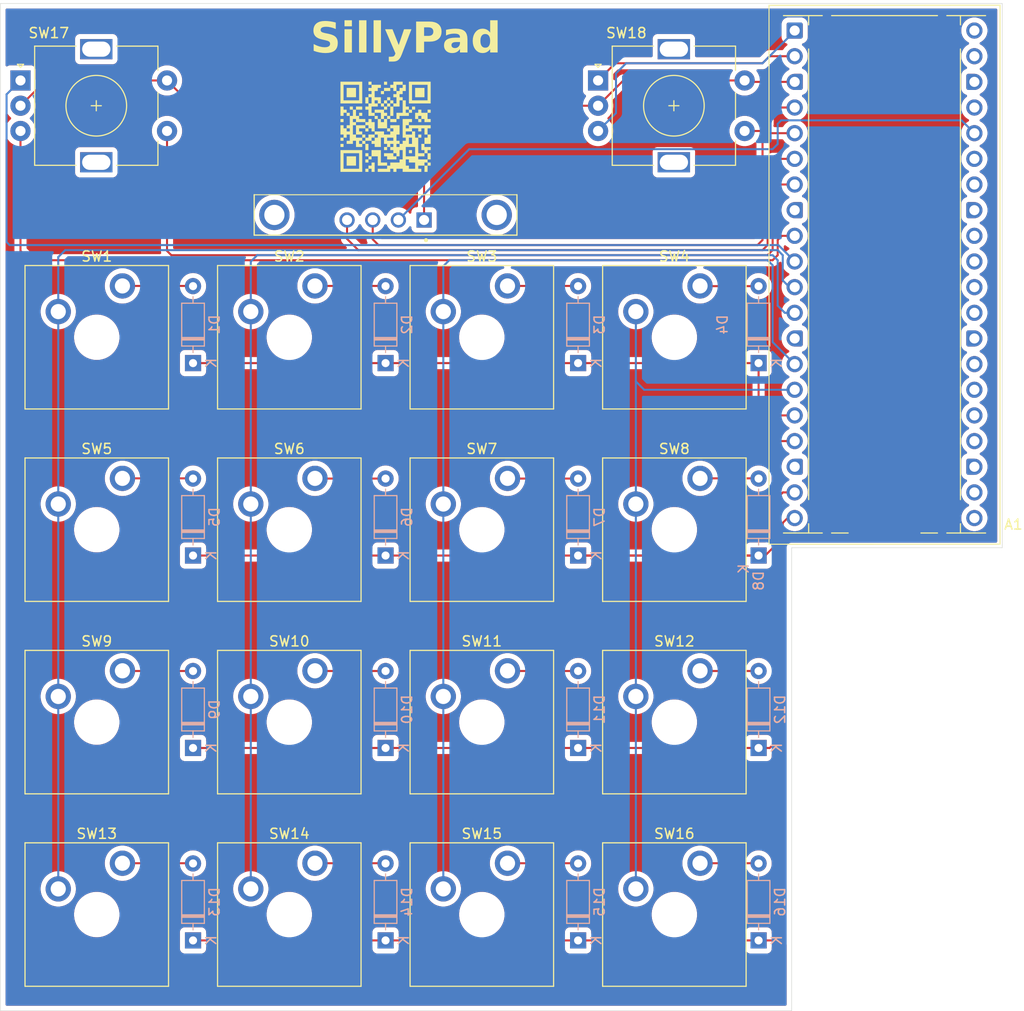
<source format=kicad_pcb>
(kicad_pcb (version 20241229) (generator "pcbnew") (generator_version "9.0")
  (layers (0 "F.Cu" signal) (2 "B.Cu" signal) (13 "F.Paste" user) (15 "B.Paste" user) (5 "F.SilkS" user "F.Silkscreen") (7 "B.SilkS" user "B.Silkscreen") (1 "F.Mask" user) (3 "B.Mask" user) (25 "Edge.Cuts" user))
  (net 0 "")
  (net 1 "RA1")
  (net 3 "RS2")
  (net 4 "GND")
  (net 6 "OSCK")
  (net 8 "R0")
  (net 9 "OSDA")
  (net 10 "RS3")
  (net 11 "RB1")
  (net 12 "C1")
  (net 20 "RS1")
  (net 22 "RA0")
  (net 23 "C3")
  (net 24 "R3")
  (net 25 "R1")
  (net 26 "R2")
  (net 27 "3V3")
  (net 29 "RB0")
  (net 30 "C2")
  (net 31 "C0")
  (net 33 "RS0")
  (net 35 "Net-(D1-A)")
  (net 36 "Net-(D2-A)")
  (net 37 "Net-(D3-A)")
  (net 38 "Net-(D4-A)")
  (net 39 "Net-(D5-A)")
  (net 40 "Net-(D6-A)")
  (net 41 "Net-(D7-A)")
  (net 42 "Net-(D8-A)")
  (net 43 "Net-(D9-A)")
  (net 44 "Net-(D10-A)")
  (net 45 "Net-(D11-A)")
  (net 46 "Net-(D12-A)")
  (net 47 "Net-(D13-A)")
  (net 48 "Net-(D14-A)")
  (net 49 "Net-(D15-A)")
  (net 50 "Net-(D16-A)")
  (footprint "PCM_Switch_Keyboard_Cherry_MX:SW_Cherry_MX_Plate_1.00u" (layer "F.Cu") (at 66.675 66.675)
    (property "Reference" "SW6" (at 0 -8 0) (layer "F.SilkS"))
    (property "Value" "SW_Push_45deg")
    (pad "" np_thru_hole circle (at 0 0) (size 4 4) (drill 4) (layers "*.Cu" "*.Mask"))
    (pad "1" thru_hole circle (at -3.81 -2.54) (size 2.5 2.5) (drill 1.5) (layers "*.Cu" "*.Mask") (net 12 "C1"))
    (pad "2" thru_hole circle (at 2.54 -5.08) (size 2.5 2.5) (drill 1.5) (layers "*.Cu" "*.Mask") (net 40 "Net-(D6-A)"))
  )
  (footprint "PCM_Switch_Keyboard_Cherry_MX:SW_Cherry_MX_Plate_1.00u" (layer "F.Cu") (at 104.775 47.625)
    (property "Reference" "SW4" (at 0 -8 0) (layer "F.SilkS"))
    (property "Value" "SW_Push_45deg")
    (pad "" np_thru_hole circle (at 0 0) (size 4 4) (drill 4) (layers "*.Cu" "*.Mask"))
    (pad "1" thru_hole circle (at -3.81 -2.54) (size 2.5 2.5) (drill 1.5) (layers "*.Cu" "*.Mask") (net 23 "C3"))
    (pad "2" thru_hole circle (at 2.54 -5.08) (size 2.5 2.5) (drill 1.5) (layers "*.Cu" "*.Mask") (net 38 "Net-(D4-A)"))
  )
  (footprint "PCM_Switch_Keyboard_Cherry_MX:SW_Cherry_MX_Plate_1.00u" (layer "F.Cu") (at 47.625 66.675)
    (property "Reference" "SW5" (at 0 -8 0) (layer "F.SilkS"))
    (property "Value" "SW_Push_45deg")
    (pad "" np_thru_hole circle (at 0 0) (size 4 4) (drill 4) (layers "*.Cu" "*.Mask"))
    (pad "1" thru_hole circle (at -3.81 -2.54) (size 2.5 2.5) (drill 1.5) (layers "*.Cu" "*.Mask") (net 31 "C0"))
    (pad "2" thru_hole circle (at 2.54 -5.08) (size 2.5 2.5) (drill 1.5) (layers "*.Cu" "*.Mask") (net 39 "Net-(D5-A)"))
  )
  (footprint "PCM_Switch_Keyboard_Cherry_MX:SW_Cherry_MX_Plate_1.00u" (layer "F.Cu") (at 104.775 85.725)
    (property "Reference" "SW12" (at 0 -8 0) (layer "F.SilkS"))
    (property "Value" "SW_Push_45deg")
    (pad "" np_thru_hole circle (at 0 0) (size 4 4) (drill 4) (layers "*.Cu" "*.Mask"))
    (pad "1" thru_hole circle (at -3.81 -2.54) (size 2.5 2.5) (drill 1.5) (layers "*.Cu" "*.Mask") (net 23 "C3"))
    (pad "2" thru_hole circle (at 2.54 -5.08) (size 2.5 2.5) (drill 1.5) (layers "*.Cu" "*.Mask") (net 46 "Net-(D12-A)"))
  )
  (footprint "SillyPad:QRCode" (layer "F.Cu") (at 76.199936 26.78904)
    (property "Reference" "G***" (hide yes))
    (property "Value" "LOGO" (hide yes))
  )
  (footprint "PCM_Switch_Keyboard_Cherry_MX:SW_Cherry_MX_Plate_1.00u" (layer "F.Cu") (at 66.675 85.725)
    (property "Reference" "SW10" (at 0 -8 0) (layer "F.SilkS"))
    (property "Value" "SW_Push_45deg")
    (pad "" np_thru_hole circle (at 0 0) (size 4 4) (drill 4) (layers "*.Cu" "*.Mask"))
    (pad "1" thru_hole circle (at -3.81 -2.54) (size 2.5 2.5) (drill 1.5) (layers "*.Cu" "*.Mask") (net 12 "C1"))
    (pad "2" thru_hole circle (at 2.54 -5.08) (size 2.5 2.5) (drill 1.5) (layers "*.Cu" "*.Mask") (net 44 "Net-(D10-A)"))
  )
  (footprint "PCM_Switch_Keyboard_Cherry_MX:SW_Cherry_MX_Plate_1.00u" (layer "F.Cu") (at 85.725 104.775)
    (property "Reference" "SW15" (at 0 -8 0) (layer "F.SilkS"))
    (property "Value" "SW_Push_45deg")
    (pad "" np_thru_hole circle (at 0 0) (size 4 4) (drill 4) (layers "*.Cu" "*.Mask"))
    (pad "1" thru_hole circle (at -3.81 -2.54) (size 2.5 2.5) (drill 1.5) (layers "*.Cu" "*.Mask") (net 30 "C2"))
    (pad "2" thru_hole circle (at 2.54 -5.08) (size 2.5 2.5) (drill 1.5) (layers "*.Cu" "*.Mask") (net 49 "Net-(D15-A)"))
  )
  (footprint "PCM_Switch_Keyboard_Cherry_MX:SW_Cherry_MX_Plate_1.00u" (layer "F.Cu") (at 47.625 47.625)
    (property "Reference" "SW1" (at 0 -8 0) (layer "F.SilkS"))
    (property "Value" "SW_Push_45deg")
    (pad "" np_thru_hole circle (at 0 0) (size 4 4) (drill 4) (layers "*.Cu" "*.Mask"))
    (pad "1" thru_hole circle (at -3.81 -2.54) (size 2.5 2.5) (drill 1.5) (layers "*.Cu" "*.Mask") (net 31 "C0"))
    (pad "2" thru_hole circle (at 2.54 -5.08) (size 2.5 2.5) (drill 1.5) (layers "*.Cu" "*.Mask") (net 35 "Net-(D1-A)"))
  )
  (footprint "PCM_Switch_Keyboard_Cherry_MX:SW_Cherry_MX_Plate_1.00u" (layer "F.Cu") (at 47.625 104.775)
    (property "Reference" "SW13" (at 0 -8 0) (layer "F.SilkS"))
    (property "Value" "SW_Push_45deg")
    (pad "" np_thru_hole circle (at 0 0) (size 4 4) (drill 4) (layers "*.Cu" "*.Mask"))
    (pad "1" thru_hole circle (at -3.81 -2.54) (size 2.5 2.5) (drill 1.5) (layers "*.Cu" "*.Mask") (net 31 "C0"))
    (pad "2" thru_hole circle (at 2.54 -5.08) (size 2.5 2.5) (drill 1.5) (layers "*.Cu" "*.Mask") (net 47 "Net-(D13-A)"))
  )
  (footprint "Rotary_Encoder:RotaryEncoder_Alps_EC11E-Switch_Vertical_H20mm" (layer "F.Cu") (at 40.077304 22.205448)
    (property "Reference" "SW17" (at 2.8 -4.7 0) (layer "F.SilkS"))
    (property "Value" "RotaryEncoder_Switch")
    (pad "A" thru_hole rect (at 0 0) (size 2 2) (drill 1) (layers "*.Cu" "*.Mask") (net 1 "RA1"))
    (pad "B" thru_hole circle (at 0 5) (size 2 2) (drill 1) (layers "*.Cu" "*.Mask") (net 11 "RB1"))
    (pad "C" thru_hole circle (at 0 2.5) (size 2 2) (drill 1) (layers "*.Cu" "*.Mask") (net 4 "GND"))
    (pad "MP" thru_hole rect (at 7.5 -3.1) (size 3.2 2) (drill oval 2.8 1.5) (layers "*.Cu" "*.Mask"))
    (pad "MP" thru_hole rect (at 7.5 8.1) (size 3.2 2) (drill oval 2.8 1.5) (layers "*.Cu" "*.Mask"))
    (pad "S1" thru_hole circle (at 14.5 5) (size 2 2) (drill 1) (layers "*.Cu" "*.Mask") (net 20 "RS1"))
    (pad "S2" thru_hole circle (at 14.5 0) (size 2 2) (drill 1) (layers "*.Cu" "*.Mask") (net 4 "GND"))
  )
  (footprint "Module:RaspberryPi_Pico_Common_THT" (layer "F.Cu") (at 116.681152 17.264048)
    (property "Reference" "A1" (at 20.6375 48.895 0) (layer "F.SilkS") (effects (justify left)))
    (property "Value" "RaspberryPi_Pico")
    (pad "1" thru_hole roundrect (at 0 0) (size 1.6 1.6) (drill 1) (layers "*.Cu" "*.Mask") (roundrect_rratio 0.125) (net 29 "RB0"))
    (pad "2" thru_hole circle (at 0 2.54) (size 1.6 1.6) (drill 1) (layers "*.Cu" "*.Mask") (net 22 "RA0"))
    (pad "3" thru_hole custom (at 0 5.08) (size 1.6 1.6) (drill 1) (layers "*.Cu" "*.Mask") (net 4 "GND") (options (clearance outline) (anchor circle)) (primitives (gr_poly (pts (xy 0.8 0.6) (xy 0.8 -0.6) (xy 0.6 -0.8) (xy 0 -0.8) (xy 0 0.8) (xy 0.6 0.8)) (width 0) (fill yes)) (gr_circle (center 0.6 0.6) (end 0.8 0.6) (width 0) (fill yes)) (gr_circle (center 0.6 -0.6) (end 0.8 -0.6) (width 0) (fill yes))))
    (pad "4" thru_hole circle (at 0 7.62) (size 1.6 1.6) (drill 1) (layers "*.Cu" "*.Mask") (net 33 "RS0"))
    (pad "5" thru_hole circle (at 0 10.16) (size 1.6 1.6) (drill 1) (layers "*.Cu" "*.Mask") (net 6 "OSCK"))
    (pad "6" thru_hole circle (at 0 12.7) (size 1.6 1.6) (drill 1) (layers "*.Cu" "*.Mask") (net 9 "OSDA"))
    (pad "7" thru_hole circle (at 0 15.24) (size 1.6 1.6) (drill 1) (layers "*.Cu" "*.Mask") (net 20 "RS1"))
    (pad "8" thru_hole custom (at 0 17.78) (size 1.6 1.6) (drill 1) (layers "*.Cu" "*.Mask") (net 4 "GND") (options (clearance outline) (anchor circle)) (primitives (gr_poly (pts (xy 0.8 0.6) (xy 0.8 -0.6) (xy 0.6 -0.8) (xy 0 -0.8) (xy 0 0.8) (xy 0.6 0.8)) (width 0) (fill yes)) (gr_circle (center 0.6 0.6) (end 0.8 0.6) (width 0) (fill yes)) (gr_circle (center 0.6 -0.6) (end 0.8 -0.6) (width 0) (fill yes))))
    (pad "9" thru_hole circle (at 0 20.32) (size 1.6 1.6) (drill 1) (layers "*.Cu" "*.Mask") (net 11 "RB1"))
    (pad "10" thru_hole circle (at 0 22.86) (size 1.6 1.6) (drill 1) (layers "*.Cu" "*.Mask") (net 1 "RA1"))
    (pad "11" thru_hole circle (at 0 25.4) (size 1.6 1.6) (drill 1) (layers "*.Cu" "*.Mask") (net 31 "C0"))
    (pad "12" thru_hole circle (at 0 27.94) (size 1.6 1.6) (drill 1) (layers "*.Cu" "*.Mask") (net 12 "C1"))
    (pad "13" thru_hole custom (at 0 30.48) (size 1.6 1.6) (drill 1) (layers "*.Cu" "*.Mask") (net 4 "GND") (options (clearance outline) (anchor circle)) (primitives (gr_poly (pts (xy 0.8 0.6) (xy 0.8 -0.6) (xy 0.6 -0.8) (xy 0 -0.8) (xy 0 0.8) (xy 0.6 0.8)) (width 0) (fill yes)) (gr_circle (center 0.6 0.6) (end 0.8 0.6) (width 0) (fill yes)) (gr_circle (center 0.6 -0.6) (end 0.8 -0.6) (width 0) (fill yes))))
    (pad "14" thru_hole circle (at 0 33.02) (size 1.6 1.6) (drill 1) (layers "*.Cu" "*.Mask") (net 30 "C2"))
    (pad "15" thru_hole circle (at 0 35.56) (size 1.6 1.6) (drill 1) (layers "*.Cu" "*.Mask") (net 23 "C3"))
    (pad "16" thru_hole circle (at 0 38.1) (size 1.6 1.6) (drill 1) (layers "*.Cu" "*.Mask") (net 8 "R0"))
    (pad "17" thru_hole circle (at 0 40.64) (size 1.6 1.6) (drill 1) (layers "*.Cu" "*.Mask") (net 25 "R1"))
    (pad "18" thru_hole custom (at 0 43.18) (size 1.6 1.6) (drill 1) (layers "*.Cu" "*.Mask") (net 4 "GND") (options (clearance outline) (anchor circle)) (primitives (gr_poly (pts (xy 0.8 0.6) (xy 0.8 -0.6) (xy 0.6 -0.8) (xy 0 -0.8) (xy 0 0.8) (xy 0.6 0.8)) (width 0) (fill yes)) (gr_circle (center 0.6 0.6) (end 0.8 0.6) (width 0) (fill yes)) (gr_circle (center 0.6 -0.6) (end 0.8 -0.6) (width 0) (fill yes))))
    (pad "19" thru_hole circle (at 0 45.72) (size 1.6 1.6) (drill 1) (layers "*.Cu" "*.Mask") (net 26 "R2"))
    (pad "20" thru_hole circle (at 0 48.26) (size 1.6 1.6) (drill 1) (layers "*.Cu" "*.Mask") (net 24 "R3"))
    (pad "21" thru_hole circle (at 17.78 48.26) (size 1.6 1.6) (drill 1) (layers "*.Cu" "*.Mask") (net 3 "RS2"))
    (pad "22" thru_hole circle (at 17.78 45.72) (size 1.6 1.6) (drill 1) (layers "*.Cu" "*.Mask") (net 10 "RS3"))
    (pad "23" thru_hole custom (at 17.78 43.18) (size 1.6 1.6) (drill 1) (layers "*.Cu" "*.Mask") (net 4 "GND") (options (clearance outline) (anchor circle)) (primitives (gr_poly (pts (xy -0.8 0.6) (xy -0.8 -0.6) (xy -0.6 -0.8) (xy 0 -0.8) (xy 0 0.8) (xy -0.6 0.8)) (width 0) (fill yes)) (gr_circle (center -0.6 0.6) (end -0.4 0.6) (width 0) (fill yes)) (gr_circle (center -0.6 -0.6) (end -0.4 -0.6) (width 0) (fill yes))))
    (pad "24" thru_hole circle (at 17.78 40.64) (size 1.6 1.6) (drill 1) (layers "*.Cu" "*.Mask"))
    (pad "25" thru_hole circle (at 17.78 38.1) (size 1.6 1.6) (drill 1) (layers "*.Cu" "*.Mask"))
    (pad "26" thru_hole circle (at 17.78 35.56) (size 1.6 1.6) (drill 1) (layers "*.Cu" "*.Mask"))
    (pad "27" thru_hole circle (at 17.78 33.02) (size 1.6 1.6) (drill 1) (layers "*.Cu" "*.Mask"))
    (pad "28" thru_hole custom (at 17.78 30.48) (size 1.6 1.6) (drill 1) (layers "*.Cu" "*.Mask") (net 4 "GND") (options (clearance outline) (anchor circle)) (primitives (gr_poly (pts (xy -0.8 0.6) (xy -0.8 -0.6) (xy -0.6 -0.8) (xy 0 -0.8) (xy 0 0.8) (xy -0.6 0.8)) (width 0) (fill yes)) (gr_circle (center -0.6 0.6) (end -0.4 0.6) (width 0) (fill yes)) (gr_circle (center -0.6 -0.6) (end -0.4 -0.6) (width 0) (fill yes))))
    (pad "29" thru_hole circle (at 17.78 27.94) (size 1.6 1.6) (drill 1) (layers "*.Cu" "*.Mask"))
    (pad "30" thru_hole circle (at 17.78 25.4) (size 1.6 1.6) (drill 1) (layers "*.Cu" "*.Mask"))
    (pad "31" thru_hole circle (at 17.78 22.86) (size 1.6 1.6) (drill 1) (layers "*.Cu" "*.Mask"))
    (pad "32" thru_hole circle (at 17.78 20.32) (size 1.6 1.6) (drill 1) (layers "*.Cu" "*.Mask"))
    (pad "33" thru_hole custom (at 17.78 17.78) (size 1.6 1.6) (drill 1) (layers "*.Cu" "*.Mask") (options (clearance outline) (anchor circle)) (primitives (gr_poly (pts (xy -0.8 0.6) (xy -0.8 -0.6) (xy -0.6 -0.8) (xy 0 -0.8) (xy 0 0.8) (xy -0.6 0.8)) (width 0) (fill yes)) (gr_circle (center -0.6 0.6) (end -0.4 0.6) (width 0) (fill yes)) (gr_circle (center -0.6 -0.6) (end -0.4 -0.6) (width 0) (fill yes))))
    (pad "34" thru_hole circle (at 17.78 15.24) (size 1.6 1.6) (drill 1) (layers "*.Cu" "*.Mask"))
    (pad "35" thru_hole circle (at 17.78 12.7) (size 1.6 1.6) (drill 1) (layers "*.Cu" "*.Mask"))
    (pad "36" thru_hole circle (at 17.78 10.16) (size 1.6 1.6) (drill 1) (layers "*.Cu" "*.Mask") (net 27 "3V3"))
    (pad "37" thru_hole circle (at 17.78 7.62) (size 1.6 1.6) (drill 1) (layers "*.Cu" "*.Mask"))
    (pad "38" thru_hole custom (at 17.78 5.08) (size 1.6 1.6) (drill 1) (layers "*.Cu" "*.Mask") (net 4 "GND") (options (clearance outline) (anchor circle)) (primitives (gr_poly (pts (xy -0.8 0.6) (xy -0.8 -0.6) (xy -0.6 -0.8) (xy 0 -0.8) (xy 0 0.8) (xy -0.6 0.8)) (width 0) (fill yes)) (gr_circle (center -0.6 0.6) (end -0.4 0.6) (width 0) (fill yes)) (gr_circle (center -0.6 -0.6) (end -0.4 -0.6) (width 0) (fill yes))))
    (pad "39" thru_hole circle (at 17.78 2.54) (size 1.6 1.6) (drill 1) (layers "*.Cu" "*.Mask"))
    (pad "40" thru_hole circle (at 17.78 0) (size 1.6 1.6) (drill 1) (layers "*.Cu" "*.Mask"))
  )
  (footprint "PCM_Switch_Keyboard_Cherry_MX:SW_Cherry_MX_Plate_1.00u" (layer "F.Cu") (at 104.775 66.675)
    (property "Reference" "SW8" (at 0 -8 0) (layer "F.SilkS"))
    (property "Value" "SW_Push_45deg")
    (pad "" np_thru_hole circle (at 0 0) (size 4 4) (drill 4) (layers "*.Cu" "*.Mask"))
    (pad "1" thru_hole circle (at -3.81 -2.54) (size 2.5 2.5) (drill 1.5) (layers "*.Cu" "*.Mask") (net 23 "C3"))
    (pad "2" thru_hole circle (at 2.54 -5.08) (size 2.5 2.5) (drill 1.5) (layers "*.Cu" "*.Mask") (net 42 "Net-(D8-A)"))
  )
  (footprint "PCM_Switch_Keyboard_Cherry_MX:SW_Cherry_MX_Plate_1.00u" (layer "F.Cu") (at 104.775 104.775)
    (property "Reference" "SW16" (at 0 -8 0) (layer "F.SilkS"))
    (property "Value" "SW_Push_45deg")
    (pad "" np_thru_hole circle (at 0 0) (size 4 4) (drill 4) (layers "*.Cu" "*.Mask"))
    (pad "1" thru_hole circle (at -3.81 -2.54) (size 2.5 2.5) (drill 1.5) (layers "*.Cu" "*.Mask") (net 23 "C3"))
    (pad "2" thru_hole circle (at 2.54 -5.08) (size 2.5 2.5) (drill 1.5) (layers "*.Cu" "*.Mask") (net 50 "Net-(D16-A)"))
  )
  (footprint "PCM_Switch_Keyboard_Cherry_MX:SW_Cherry_MX_Plate_1.00u" (layer "F.Cu") (at 66.675 104.775)
    (property "Reference" "SW14" (at 0 -8 0) (layer "F.SilkS"))
    (property "Value" "SW_Push_45deg")
    (pad "" np_thru_hole circle (at 0 0) (size 4 4) (drill 4) (layers "*.Cu" "*.Mask"))
    (pad "1" thru_hole circle (at -3.81 -2.54) (size 2.5 2.5) (drill 1.5) (layers "*.Cu" "*.Mask") (net 12 "C1"))
    (pad "2" thru_hole circle (at 2.54 -5.08) (size 2.5 2.5) (drill 1.5) (layers "*.Cu" "*.Mask") (net 48 "Net-(D14-A)"))
  )
  (footprint "PCM_Switch_Keyboard_Cherry_MX:SW_Cherry_MX_Plate_1.00u" (layer "F.Cu") (at 85.725 85.725)
    (property "Reference" "SW11" (at 0 -8 0) (layer "F.SilkS"))
    (property "Value" "SW_Push_45deg")
    (pad "" np_thru_hole circle (at 0 0) (size 4 4) (drill 4) (layers "*.Cu" "*.Mask"))
    (pad "1" thru_hole circle (at -3.81 -2.54) (size 2.5 2.5) (drill 1.5) (layers "*.Cu" "*.Mask") (net 30 "C2"))
    (pad "2" thru_hole circle (at 2.54 -5.08) (size 2.5 2.5) (drill 1.5) (layers "*.Cu" "*.Mask") (net 45 "Net-(D11-A)"))
  )
  (footprint "PCM_Switch_Keyboard_Cherry_MX:SW_Cherry_MX_Plate_1.00u" (layer "F.Cu") (at 66.675 47.625)
    (property "Reference" "SW2" (at 0 -8 0) (layer "F.SilkS"))
    (property "Value" "SW_Push_45deg")
    (pad "" np_thru_hole circle (at 0 0) (size 4 4) (drill 4) (layers "*.Cu" "*.Mask"))
    (pad "1" thru_hole circle (at -3.81 -2.54) (size 2.5 2.5) (drill 1.5) (layers "*.Cu" "*.Mask") (net 12 "C1"))
    (pad "2" thru_hole circle (at 2.54 -5.08) (size 2.5 2.5) (drill 1.5) (layers "*.Cu" "*.Mask") (net 36 "Net-(D2-A)"))
  )
  (footprint "PCM_Switch_Keyboard_Cherry_MX:SW_Cherry_MX_Plate_1.00u" (layer "F.Cu") (at 47.625 85.725)
    (property "Reference" "SW9" (at 0 -8 0) (layer "F.SilkS"))
    (property "Value" "SW_Push_45deg")
    (pad "" np_thru_hole circle (at 0 0) (size 4 4) (drill 4) (layers "*.Cu" "*.Mask"))
    (pad "1" thru_hole circle (at -3.81 -2.54) (size 2.5 2.5) (drill 1.5) (layers "*.Cu" "*.Mask") (net 31 "C0"))
    (pad "2" thru_hole circle (at 2.54 -5.08) (size 2.5 2.5) (drill 1.5) (layers "*.Cu" "*.Mask") (net 43 "Net-(D9-A)"))
  )
  (footprint "Rotary_Encoder:RotaryEncoder_Alps_EC11E-Switch_Vertical_H20mm" (layer "F.Cu") (at 97.227256 22.205448)
    (property "Reference" "SW18" (at 2.8 -4.7 0) (layer "F.SilkS"))
    (property "Value" "RotaryEncoder_Switch")
    (pad "A" thru_hole rect (at 0 0) (size 2 2) (drill 1) (layers "*.Cu" "*.Mask") (net 22 "RA0"))
    (pad "B" thru_hole circle (at 0 5) (size 2 2) (drill 1) (layers "*.Cu" "*.Mask") (net 29 "RB0"))
    (pad "C" thru_hole circle (at 0 2.5) (size 2 2) (drill 1) (layers "*.Cu" "*.Mask") (net 4 "GND"))
    (pad "MP" thru_hole rect (at 7.5 -3.1) (size 3.2 2) (drill oval 2.8 1.5) (layers "*.Cu" "*.Mask"))
    (pad "MP" thru_hole rect (at 7.5 8.1) (size 3.2 2) (drill oval 2.8 1.5) (layers "*.Cu" "*.Mask"))
    (pad "S1" thru_hole circle (at 14.5 5) (size 2 2) (drill 1) (layers "*.Cu" "*.Mask") (net 33 "RS0"))
    (pad "S2" thru_hole circle (at 14.5 0) (size 2 2) (drill 1) (layers "*.Cu" "*.Mask") (net 4 "GND"))
  )
  (footprint "promicro:MODULE_DM-OLED096-636" (layer "F.Cu") (at 76.199936 35.516376 180)
    (property "Reference" "J1" (hide yes))
    (property "Value" "Conn_01x04_Socket" (hide yes))
    (pad "1" thru_hole rect (at -3.81 -0.5 180) (size 1.508 1.508) (drill 1) (layers "*.Cu" "*.Mask") (net 4 "GND"))
    (pad "2" thru_hole circle (at -1.27 -0.5 180) (size 1.508 1.508) (drill 1) (layers "*.Cu" "*.Mask") (net 27 "3V3"))
    (pad "3" thru_hole circle (at 1.27 -0.5 180) (size 1.508 1.508) (drill 1) (layers "*.Cu" "*.Mask") (net 6 "OSCK"))
    (pad "4" thru_hole circle (at 3.81 -0.5 180) (size 1.508 1.508) (drill 1) (layers "*.Cu" "*.Mask") (net 9 "OSDA"))
    (pad "S1" thru_hole circle (at -11 0 180) (size 3 3) (drill 2) (layers "*.Cu" "*.Mask"))
    (pad "S2" thru_hole circle (at 11 0 180) (size 3 3) (drill 2) (layers "*.Cu" "*.Mask"))
  )
  (footprint "PCM_Switch_Keyboard_Cherry_MX:SW_Cherry_MX_Plate_1.00u" (layer "F.Cu") (at 85.725 47.625)
    (property "Reference" "SW3" (at 0 -8 0) (layer "F.SilkS"))
    (property "Value" "SW_Push_45deg")
    (pad "" np_thru_hole circle (at 0 0) (size 4 4) (drill 4) (layers "*.Cu" "*.Mask"))
    (pad "1" thru_hole circle (at -3.81 -2.54) (size 2.5 2.5) (drill 1.5) (layers "*.Cu" "*.Mask") (net 30 "C2"))
    (pad "2" thru_hole circle (at 2.54 -5.08) (size 2.5 2.5) (drill 1.5) (layers "*.Cu" "*.Mask") (net 37 "Net-(D3-A)"))
  )
  (footprint "PCM_Switch_Keyboard_Cherry_MX:SW_Cherry_MX_Plate_1.00u" (layer "F.Cu") (at 85.725 66.675)
    (property "Reference" "SW7" (at 0 -8 0) (layer "F.SilkS"))
    (property "Value" "SW_Push_45deg")
    (pad "" np_thru_hole circle (at 0 0) (size 4 4) (drill 4) (layers "*.Cu" "*.Mask"))
    (pad "1" thru_hole circle (at -3.81 -2.54) (size 2.5 2.5) (drill 1.5) (layers "*.Cu" "*.Mask") (net 30 "C2"))
    (pad "2" thru_hole circle (at 2.54 -5.08) (size 2.5 2.5) (drill 1.5) (layers "*.Cu" "*.Mask") (net 41 "Net-(D7-A)"))
  )
  (footprint "Diode_THT:D_DO-35_SOD27_P7.62mm_Horizontal" (layer "B.Cu") (at 113.10928 88.284776 90)
    (property "Reference" "D12" (at 3.81 2.12 90) (layer "B.SilkS") (effects (justify mirror)))
    (property "Value" "1N4148")
    (fp_text user "K" (at 0 1.8 90) (layer "B.SilkS") (effects (justify mirror)))
    (pad "1" thru_hole rect (at 0 0 90) (size 1.6 1.6) (drill 0.8) (layers "*.Cu" "*.Mask") (net 26 "R2"))
    (pad "2" thru_hole oval (at 7.62 0 90) (size 1.6 1.6) (drill 0.8) (layers "*.Cu" "*.Mask") (net 46 "Net-(D12-A)"))
  )
  (footprint "Diode_THT:D_DO-35_SOD27_P7.62mm_Horizontal" (layer "B.Cu") (at 57.149952 107.33476 90)
    (property "Reference" "D13" (at 3.81 2.12 90) (layer "B.SilkS") (effects (justify mirror)))
    (property "Value" "1N4148")
    (fp_text user "K" (at 0 1.8 90) (layer "B.SilkS") (effects (justify mirror)))
    (pad "1" thru_hole rect (at 0 0 90) (size 1.6 1.6) (drill 0.8) (layers "*.Cu" "*.Mask") (net 24 "R3"))
    (pad "2" thru_hole oval (at 7.62 0 90) (size 1.6 1.6) (drill 0.8) (layers "*.Cu" "*.Mask") (net 47 "Net-(D13-A)"))
  )
  (footprint "Diode_THT:D_DO-35_SOD27_P7.62mm_Horizontal" (layer "B.Cu") (at 113.10928 50.184808 90)
    (property "Reference" "D4" (at 3.81 -3.571872 90) (layer "B.SilkS") (effects (justify mirror)))
    (property "Value" "1N4148")
    (fp_text user "K" (at 0 1.8 90) (layer "B.SilkS") (effects (justify mirror)))
    (pad "1" thru_hole rect (at 0 0 90) (size 1.6 1.6) (drill 0.8) (layers "*.Cu" "*.Mask") (net 8 "R0"))
    (pad "2" thru_hole oval (at 7.62 0 90) (size 1.6 1.6) (drill 0.8) (layers "*.Cu" "*.Mask") (net 38 "Net-(D4-A)"))
  )
  (footprint "Diode_THT:D_DO-35_SOD27_P7.62mm_Horizontal" (layer "B.Cu") (at 95.24992 107.33476 90)
    (property "Reference" "D15" (at 3.81 2.12 90) (layer "B.SilkS") (effects (justify mirror)))
    (property "Value" "1N4148")
    (fp_text user "K" (at 0 1.8 90) (layer "B.SilkS") (effects (justify mirror)))
    (pad "1" thru_hole rect (at 0 0 90) (size 1.6 1.6) (drill 0.8) (layers "*.Cu" "*.Mask") (net 24 "R3"))
    (pad "2" thru_hole oval (at 7.62 0 90) (size 1.6 1.6) (drill 0.8) (layers "*.Cu" "*.Mask") (net 49 "Net-(D15-A)"))
  )
  (footprint "Diode_THT:D_DO-35_SOD27_P7.62mm_Horizontal" (layer "B.Cu") (at 95.24992 88.284776 90)
    (property "Reference" "D11" (at 3.81 2.12 90) (layer "B.SilkS") (effects (justify mirror)))
    (property "Value" "1N4148")
    (fp_text user "K" (at 0 1.8 90) (layer "B.SilkS") (effects (justify mirror)))
    (pad "1" thru_hole rect (at 0 0 90) (size 1.6 1.6) (drill 0.8) (layers "*.Cu" "*.Mask") (net 26 "R2"))
    (pad "2" thru_hole oval (at 7.62 0 90) (size 1.6 1.6) (drill 0.8) (layers "*.Cu" "*.Mask") (net 45 "Net-(D11-A)"))
  )
  (footprint "Diode_THT:D_DO-35_SOD27_P7.62mm_Horizontal" (layer "B.Cu") (at 76.199936 50.184808 90)
    (property "Reference" "D2" (at 3.81 2.12 90) (layer "B.SilkS") (effects (justify mirror)))
    (property "Value" "1N4148")
    (fp_text user "K" (at 0 1.8 90) (layer "B.SilkS") (effects (justify mirror)))
    (pad "1" thru_hole rect (at 0 0 90) (size 1.6 1.6) (drill 0.8) (layers "*.Cu" "*.Mask") (net 8 "R0"))
    (pad "2" thru_hole oval (at 7.62 0 90) (size 1.6 1.6) (drill 0.8) (layers "*.Cu" "*.Mask") (net 36 "Net-(D2-A)"))
  )
  (footprint "Diode_THT:D_DO-35_SOD27_P7.62mm_Horizontal" (layer "B.Cu") (at 76.199936 88.284776 90)
    (property "Reference" "D10" (at 3.81 2.12 90) (layer "B.SilkS") (effects (justify mirror)))
    (property "Value" "1N4148")
    (fp_text user "K" (at 0 1.8 90) (layer "B.SilkS") (effects (justify mirror)))
    (pad "1" thru_hole rect (at 0 0 90) (size 1.6 1.6) (drill 0.8) (layers "*.Cu" "*.Mask") (net 26 "R2"))
    (pad "2" thru_hole oval (at 7.62 0 90) (size 1.6 1.6) (drill 0.8) (layers "*.Cu" "*.Mask") (net 44 "Net-(D10-A)"))
  )
  (footprint "Diode_THT:D_DO-35_SOD27_P7.62mm_Horizontal" (layer "B.Cu") (at 95.24992 50.184808 90)
    (property "Reference" "D3" (at 3.81 2.12 90) (layer "B.SilkS") (effects (justify mirror)))
    (property "Value" "1N4148")
    (fp_text user "K" (at 0 1.8 90) (layer "B.SilkS") (effects (justify mirror)))
    (pad "1" thru_hole rect (at 0 0 90) (size 1.6 1.6) (drill 0.8) (layers "*.Cu" "*.Mask") (net 8 "R0"))
    (pad "2" thru_hole oval (at 7.62 0 90) (size 1.6 1.6) (drill 0.8) (layers "*.Cu" "*.Mask") (net 37 "Net-(D3-A)"))
  )
  (footprint "Diode_THT:D_DO-35_SOD27_P7.62mm_Horizontal" (layer "B.Cu") (at 113.10928 69.234792 90)
    (property "Reference" "D8" (at -2.500304 0 90) (layer "B.SilkS") (effects (justify mirror)))
    (property "Value" "1N4148")
    (fp_text user "K" (at -1.30968 -1.48828 90) (layer "B.SilkS") (effects (justify mirror)))
    (pad "1" thru_hole rect (at 0 0 90) (size 1.6 1.6) (drill 0.8) (layers "*.Cu" "*.Mask") (net 25 "R1"))
    (pad "2" thru_hole oval (at 7.62 0 90) (size 1.6 1.6) (drill 0.8) (layers "*.Cu" "*.Mask") (net 42 "Net-(D8-A)"))
  )
  (footprint "Diode_THT:D_DO-35_SOD27_P7.62mm_Horizontal" (layer "B.Cu") (at 57.149952 69.234792 90)
    (property "Reference" "D5" (at 3.81 2.12 90) (layer "B.SilkS") (effects (justify mirror)))
    (property "Value" "1N4148")
    (fp_text user "K" (at 0 1.8 90) (layer "B.SilkS") (effects (justify mirror)))
    (pad "1" thru_hole rect (at 0 0 90) (size 1.6 1.6) (drill 0.8) (layers "*.Cu" "*.Mask") (net 25 "R1"))
    (pad "2" thru_hole oval (at 7.62 0 90) (size 1.6 1.6) (drill 0.8) (layers "*.Cu" "*.Mask") (net 39 "Net-(D5-A)"))
  )
  (footprint "Diode_THT:D_DO-35_SOD27_P7.62mm_Horizontal" (layer "B.Cu") (at 76.199936 69.234792 90)
    (property "Reference" "D6" (at 3.81 2.12 90) (layer "B.SilkS") (effects (justify mirror)))
    (property "Value" "1N4148")
    (fp_text user "K" (at 0 1.8 90) (layer "B.SilkS") (effects (justify mirror)))
    (pad "1" thru_hole rect (at 0 0 90) (size 1.6 1.6) (drill 0.8) (layers "*.Cu" "*.Mask") (net 25 "R1"))
    (pad "2" thru_hole oval (at 7.62 0 90) (size 1.6 1.6) (drill 0.8) (layers "*.Cu" "*.Mask") (net 40 "Net-(D6-A)"))
  )
  (footprint "Diode_THT:D_DO-35_SOD27_P7.62mm_Horizontal" (layer "B.Cu") (at 57.149952 88.284776 90)
    (property "Reference" "D9" (at 3.81 2.12 90) (layer "B.SilkS") (effects (justify mirror)))
    (property "Value" "1N4148")
    (fp_text user "K" (at 0 1.8 90) (layer "B.SilkS") (effects (justify mirror)))
    (pad "1" thru_hole rect (at 0 0 90) (size 1.6 1.6) (drill 0.8) (layers "*.Cu" "*.Mask") (net 26 "R2"))
    (pad "2" thru_hole oval (at 7.62 0 90) (size 1.6 1.6) (drill 0.8) (layers "*.Cu" "*.Mask") (net 43 "Net-(D9-A)"))
  )
  (footprint "Diode_THT:D_DO-35_SOD27_P7.62mm_Horizontal" (layer "B.Cu") (at 76.199936 107.33476 90)
    (property "Reference" "D14" (at 3.81 2.12 90) (layer "B.SilkS") (effects (justify mirror)))
    (property "Value" "1N4148")
    (fp_text user "K" (at 0 1.8 90) (layer "B.SilkS") (effects (justify mirror)))
    (pad "1" thru_hole rect (at 0 0 90) (size 1.6 1.6) (drill 0.8) (layers "*.Cu" "*.Mask") (net 24 "R3"))
    (pad "2" thru_hole oval (at 7.62 0 90) (size 1.6 1.6) (drill 0.8) (layers "*.Cu" "*.Mask") (net 48 "Net-(D14-A)"))
  )
  (footprint "Diode_THT:D_DO-35_SOD27_P7.62mm_Horizontal" (layer "B.Cu") (at 95.24992 69.234792 90)
    (property "Reference" "D7" (at 3.81 2.12 90) (layer "B.SilkS") (effects (justify mirror)))
    (property "Value" "1N4148")
    (fp_text user "K" (at 0 1.8 90) (layer "B.SilkS") (effects (justify mirror)))
    (pad "1" thru_hole rect (at 0 0 90) (size 1.6 1.6) (drill 0.8) (layers "*.Cu" "*.Mask") (net 25 "R1"))
    (pad "2" thru_hole oval (at 7.62 0 90) (size 1.6 1.6) (drill 0.8) (layers "*.Cu" "*.Mask") (net 41 "Net-(D7-A)"))
  )
  (footprint "Diode_THT:D_DO-35_SOD27_P7.62mm_Horizontal" (layer "B.Cu") (at 57.149952 50.184808 90)
    (property "Reference" "D1" (at 3.81 2.12 90) (layer "B.SilkS") (effects (justify mirror)))
    (property "Value" "1N4148")
    (fp_text user "K" (at 0 1.8 90) (layer "B.SilkS") (effects (justify mirror)))
    (pad "1" thru_hole rect (at 0 0 90) (size 1.6 1.6) (drill 0.8) (layers "*.Cu" "*.Mask") (net 8 "R0"))
    (pad "2" thru_hole oval (at 7.62 0 90) (size 1.6 1.6) (drill 0.8) (layers "*.Cu" "*.Mask") (net 35 "Net-(D1-A)"))
  )
  (footprint "Diode_THT:D_DO-35_SOD27_P7.62mm_Horizontal" (layer "B.Cu") (at 113.10928 107.33476 90)
    (property "Reference" "D16" (at 3.81 2.12 90) (layer "B.SilkS") (effects (justify mirror)))
    (property "Value" "1N4148")
    (fp_text user "K" (at 0 1.8 90) (layer "B.SilkS") (effects (justify mirror)))
    (pad "1" thru_hole rect (at 0 0 90) (size 1.6 1.6) (drill 0.8) (layers "*.Cu" "*.Mask") (net 24 "R3"))
    (pad "2" thru_hole oval (at 7.62 0 90) (size 1.6 1.6) (drill 0.8) (layers "*.Cu" "*.Mask") (net 50 "Net-(D16-A)"))
  )
  (gr_line (start 38.099968 14.585144) (end 38.099968 114.299904) (stroke (width 0.05)) (layer "Edge.Cuts"))
  (gr_line (start 137.219416 14.585144) (end 137.219416 68.46088) (stroke (width 0.05)) (layer "Edge.Cuts"))
  (gr_line (start 137.219416 68.46088) (end 116.383496 68.46088) (stroke (width 0.05)) (layer "Edge.Cuts"))
  (gr_line (start 38.099968 114.299904) (end 116.383496 114.299904) (stroke (width 0.05)) (layer "Edge.Cuts"))
  (gr_line (start 116.383496 68.46088) (end 116.383496 114.299904) (stroke (width 0.05)) (layer "Edge.Cuts"))
  (gr_line (start 137.219416 14.585144) (end 38.099968 14.585144) (stroke (width 0.05)) (layer "Edge.Cuts"))
  (gr_text "SillyPad" (at 68.758536 19.942952 0) (layer "F.SilkS") (effects (font (size 3 3) (thickness 0.3) (bold yes)) (justify left bottom)))
  (segment (start 38.700968 23.581784) (end 40.077304 22.205448) (width 0.2) (layer "B.Cu") (net 1))
  (segment (start 116.681152 40.114052) (end 115.0671 38.5) (width 0.2) (layer "B.Cu") (net 1))
  (segment (start 39 38.5) (end 38.700968 38.200968) (width 0.2) (layer "B.Cu") (net 1))
  (segment (start 116.681152 40.124048) (end 116.681152 40.114052) (width 0.2) (layer "B.Cu") (net 1))
  (segment (start 38.700968 38.200968) (end 38.700968 23.581784) (width 0.2) (layer "B.Cu") (net 1))
  (segment (start 115.0671 38.5) (end 39 38.5) (width 0.2) (layer "B.Cu") (net 1))
  (segment (start 54.577304 22.205448) (end 42.577304 22.205448) (width 0.2) (layer "F.Cu") (net 4))
  (segment (start 97.227256 24.705448) (end 80 24.705448) (width 0.2) (layer "F.Cu") (net 4))
  (segment (start 80 24.705448) (end 57.077304 24.705448) (width 0.2) (layer "F.Cu") (net 4))
  (segment (start 80.009936 24.715384) (end 80 24.705448) (width 0.2) (layer "F.Cu") (net 4))
  (segment (start 99.727256 22.205448) (end 97.227256 24.705448) (width 0.2) (layer "F.Cu") (net 4))
  (segment (start 57.077304 24.705448) (end 54.577304 22.205448) (width 0.2) (layer "F.Cu") (net 4))
  (segment (start 111.865856 22.344048) (end 111.727256 22.205448) (width 0.2) (layer "F.Cu") (net 4))
  (segment (start 112.433152 22.344048) (end 116.681152 22.344048) (width 0.2) (layer "F.Cu") (net 4))
  (segment (start 42.577304 22.205448) (end 40.077304 24.705448) (width 0.2) (layer "F.Cu") (net 4))
  (segment (start 111.727256 22.205448) (end 112.294552 22.205448) (width 0.2) (layer "F.Cu") (net 4))
  (segment (start 80.009936 36.205448) (end 80.009936 24.715384) (width 0.2) (layer "F.Cu") (net 4))
  (segment (start 112.294552 22.205448) (end 112.433152 22.344048) (width 0.2) (layer "F.Cu") (net 4))
  (segment (start 111.727256 22.205448) (end 99.727256 22.205448) (width 0.2) (layer "F.Cu") (net 4))
  (segment (start 114.075952 27.424048) (end 116.681152 27.424048) (width 0.2) (layer "F.Cu") (net 6))
  (segment (start 113.5 38) (end 113.5 28) (width 0.2) (layer "F.Cu") (net 6))
  (segment (start 113 38.5) (end 113.5 38) (width 0.2) (layer "F.Cu") (net 6))
  (segment (start 74.929936 37.929936) (end 75.5 38.5) (width 0.2) (layer "F.Cu") (net 6))
  (segment (start 74.929936 36.016376) (end 74.929936 37.929936) (width 0.2) (layer "F.Cu") (net 6))
  (segment (start 75.5 38.5) (end 113 38.5) (width 0.2) (layer "F.Cu") (net 6))
  (segment (start 114.075952 27.424048) (end 113.5 28) (width 0.2) (layer "F.Cu") (net 6))
  (segment (start 113.10928 54.60928) (end 113.864048 55.364048) (width 0.2) (layer "F.Cu") (net 8))
  (segment (start 113.10928 50.184808) (end 113.10928 54.60928) (width 0.2) (layer "F.Cu") (net 8))
  (segment (start 113.10928 50.184808) (end 57.149952 50.184808) (width 0.2) (layer "F.Cu") (net 8))
  (segment (start 113.864048 55.364048) (end 116.681152 55.364048) (width 0.2) (layer "F.Cu") (net 8))
  (segment (start 114.535952 29.964048) (end 114 30.5) (width 0.2) (layer "F.Cu") (net 9))
  (segment (start 72.389936 37.889936) (end 72.389936 36.016376) (width 0.2) (layer "F.Cu") (net 9))
  (segment (start 116.681152 29.964048) (end 114.535952 29.964048) (width 0.2) (layer "F.Cu") (net 9))
  (segment (start 114 30.5) (end 114 38.5) (width 0.2) (layer "F.Cu") (net 9))
  (segment (start 113.5 39) (end 73.5 39) (width 0.2) (layer "F.Cu") (net 9))
  (segment (start 73.5 39) (end 72.389936 37.889936) (width 0.2) (layer "F.Cu") (net 9))
  (segment (start 114 38.5) (end 113.5 39) (width 0.2) (layer "F.Cu") (net 9))
  (segment (start 115.415952 37.584048) (end 115 38) (width 0.2) (layer "F.Cu") (net 11))
  (segment (start 41 40) (end 40.077304 39.077304) (width 0.2) (layer "F.Cu") (net 11))
  (segment (start 116.681152 37.584048) (end 115.415952 37.584048) (width 0.2) (layer "F.Cu") (net 11))
  (segment (start 115 39.5) (end 114.5 40) (width 0.2) (layer "F.Cu") (net 11))
  (segment (start 40.077304 39.077304) (end 40.077304 27.205448) (width 0.2) (layer "F.Cu") (net 11))
  (segment (start 114.5 40) (end 41 40) (width 0.2) (layer "F.Cu") (net 11))
  (segment (start 115 38) (end 115 39.5) (width 0.2) (layer "F.Cu") (net 11))
  (segment (start 116.681152 45.204048) (end 115.704048 45.204048) (width 0.2) (layer "B.Cu") (net 12))
  (segment (start 114.5 39.5) (end 63.5 39.5) (width 0.2) (layer "B.Cu") (net 12))
  (segment (start 62.865 40.135) (end 62.865 45.085) (width 0.2) (layer "B.Cu") (net 12))
  (segment (start 115.704048 45.204048) (end 115 44.5) (width 0.2) (layer "B.Cu") (net 12))
  (segment (start 62.865 102.235) (end 62.865 45.085) (width 0.2) (layer "B.Cu") (net 12))
  (segment (start 115 40) (end 114.5 39.5) (width 0.2) (layer "B.Cu") (net 12))
  (segment (start 115 44.5) (end 115 40) (width 0.2) (layer "B.Cu") (net 12))
  (segment (start 63.5 39.5) (end 62.865 40.135) (width 0.2) (layer "B.Cu") (net 12))
  (segment (start 54.577304 39.077304) (end 55 39.5) (width 0.2) (layer "F.Cu") (net 20))
  (segment (start 55 39.5) (end 114 39.5) (width 0.2) (layer "F.Cu") (net 20))
  (segment (start 114.995952 32.504048) (end 116.681152 32.504048) (width 0.2) (layer "F.Cu") (net 20))
  (segment (start 114.5 39) (end 114.5 33) (width 0.2) (layer "F.Cu") (net 20))
  (segment (start 114 39.5) (end 114.5 39) (width 0.2) (layer "F.Cu") (net 20))
  (segment (start 114.5 33) (end 114.995952 32.504048) (width 0.2) (layer "F.Cu") (net 20))
  (segment (start 54.577304 27.205448) (end 54.577304 39.077304) (width 0.2) (layer "F.Cu") (net 20))
  (segment (start 113.5 20.5) (end 98.932704 20.5) (width 0.2) (layer "F.Cu") (net 22))
  (segment (start 116.681152 19.804048) (end 114.195952 19.804048) (width 0.2) (layer "F.Cu") (net 22))
  (segment (start 98.932704 20.5) (end 97.227256 22.205448) (width 0.2) (layer "F.Cu") (net 22))
  (segment (start 114.195952 19.804048) (end 113.5 20.5) (width 0.2) (layer "F.Cu") (net 22))
  (segment (start 101.789048 52.824048) (end 100.965 52) (width 0.2) (layer "B.Cu") (net 23))
  (segment (start 116.681152 52.824048) (end 101.789048 52.824048) (width 0.2) (layer "B.Cu") (net 23))
  (segment (start 100.965 52) (end 100.965 102.235) (width 0.2) (layer "B.Cu") (net 23))
  (segment (start 100.965 45.085) (end 100.965 52) (width 0.2) (layer "B.Cu") (net 23))
  (segment (start 116.681152 65.524048) (end 115.975952 65.524048) (width 0.2) (layer "F.Cu") (net 24))
  (segment (start 113.10928 107.33476) (end 115.16524 107.33476) (width 0.2) (layer "F.Cu") (net 24))
  (segment (start 115.5 66) (end 115.5 107) (width 0.2) (layer "F.Cu") (net 24))
  (segment (start 113.10928 107.33476) (end 57.149952 107.33476) (width 0.2) (layer "F.Cu") (net 24))
  (segment (start 115.975952 65.524048) (end 115.5 66) (width 0.2) (layer "F.Cu") (net 24))
  (segment (start 115.16524 107.33476) (end 115.5 107) (width 0.2) (layer "F.Cu") (net 24))
  (segment (start 114.5 58.5) (end 115.095952 57.904048) (width 0.2) (layer "F.Cu") (net 25))
  (segment (start 113.10928 69.234792) (end 113.765208 69.234792) (width 0.2) (layer "F.Cu") (net 25))
  (segment (start 57.149952 69.234792) (end 113.10928 69.234792) (width 0.2) (layer "F.Cu") (net 25))
  (segment (start 113.10928 69.234792) (end 95.24992 69.234792) (width 0.2) (layer "F.Cu") (net 25))
  (segment (start 114.5 68.5) (end 114.5 58.5) (width 0.2) (layer "F.Cu") (net 25))
  (segment (start 115.095952 57.904048) (end 116.681152 57.904048) (width 0.2) (layer "F.Cu") (net 25))
  (segment (start 113.765208 69.234792) (end 114.5 68.5) (width 0.2) (layer "F.Cu") (net 25))
  (segment (start 115 63.5) (end 115.515952 62.984048) (width 0.2) (layer "F.Cu") (net 26))
  (segment (start 115 87.5) (end 115 63.5) (width 0.2) (layer "F.Cu") (net 26))
  (segment (start 57.149952 88.284776) (end 113.10928 88.284776) (width 0.2) (layer "F.Cu") (net 26))
  (segment (start 115.515952 62.984048) (end 116.681152 62.984048) (width 0.2) (layer "F.Cu") (net 26))
  (segment (start 113.10928 88.284776) (end 114.215224 88.284776) (width 0.2) (layer "F.Cu") (net 26))
  (segment (start 114.215224 88.284776) (end 115 87.5) (width 0.2) (layer "F.Cu") (net 26))
  (segment (start 115 26.5) (end 115 28.5) (width 0.2) (layer "B.Cu") (net 27))
  (segment (start 114.495552 29.004448) (end 84.481864 29.004448) (width 0.2) (layer "B.Cu") (net 27))
  (segment (start 134.461152 27.424048) (end 133.187104 26.15) (width 0.2) (layer "B.Cu") (net 27))
  (segment (start 133.187104 26.15) (end 115.35 26.15) (width 0.2) (layer "B.Cu") (net 27))
  (segment (start 115.35 26.15) (end 115 26.5) (width 0.2) (layer "B.Cu") (net 27))
  (segment (start 84.481864 29.004448) (end 77.469936 36.016376) (width 0.2) (layer "B.Cu") (net 27))
  (segment (start 115 28.5) (end 114.495552 29.004448) (width 0.2) (layer "B.Cu") (net 27))
  (segment (start 116.681152 17.318848) (end 113.5 20.5) (width 0.2) (layer "B.Cu") (net 29))
  (segment (start 99 25.432704) (end 97.227256 27.205448) (width 0.2) (layer "B.Cu") (net 29))
  (segment (start 116.681152 17.264048) (end 116.681152 17.318848) (width 0.2) (layer "B.Cu") (net 29))
  (segment (start 100 20.5) (end 99 21.5) (width 0.2) (layer "B.Cu") (net 29))
  (segment (start 113.5 20.5) (end 100 20.5) (width 0.2) (layer "B.Cu") (net 29))
  (segment (start 99 21.5) (end 99 25.432704) (width 0.2) (layer "B.Cu") (net 29))
  (segment (start 81.915 45.085) (end 81.915 102.235) (width 0.2) (layer "B.Cu") (net 30))
  (segment (start 114 40) (end 82.5 40) (width 0.2) (layer "B.Cu") (net 30))
  (segment (start 81.915 40.585) (end 81.915 45.085) (width 0.2) (layer "B.Cu") (net 30))
  (segment (start 114.5 48.102896) (end 114.5 40.5) (width 0.2) (layer "B.Cu") (net 30))
  (segment (start 116.681152 50.284048) (end 114.5 48.102896) (width 0.2) (layer "B.Cu") (net 30))
  (segment (start 114.5 40.5) (end 114 40) (width 0.2) (layer "B.Cu") (net 30))
  (segment (start 82.5 40) (end 81.915 40.585) (width 0.2) (layer "B.Cu") (net 30))
  (segment (start 115 39) (end 44.5 39) (width 0.2) (layer "B.Cu") (net 31))
  (segment (start 43.815 39.685) (end 43.815 45.085) (width 0.2) (layer "B.Cu") (net 31))
  (segment (start 115.5 42) (end 115.5 39.5) (width 0.2) (layer "B.Cu") (net 31))
  (segment (start 44.5 39) (end 43.815 39.685) (width 0.2) (layer "B.Cu") (net 31))
  (segment (start 43.815 45.085) (end 43.815 102.235) (width 0.2) (layer "B.Cu") (net 31))
  (segment (start 116.681152 42.664048) (end 116.164048 42.664048) (width 0.2) (layer "B.Cu") (net 31))
  (segment (start 115.5 39.5) (end 115 39) (width 0.2) (layer "B.Cu") (net 31))
  (segment (start 116.164048 42.664048) (end 115.5 42) (width 0.2) (layer "B.Cu") (net 31))
  (segment (start 114.615952 24.884048) (end 116.681152 24.884048) (width 0.2) (layer "F.Cu") (net 33))
  (segment (start 114 26.5) (end 114 25.5) (width 0.2) (layer "F.Cu") (net 33))
  (segment (start 114 25.5) (end 114.615952 24.884048) (width 0.2) (layer "F.Cu") (net 33))
  (segment (start 113.294552 27.205448) (end 114 26.5) (width 0.2) (layer "F.Cu") (net 33))
  (segment (start 111.727256 27.205448) (end 113.294552 27.205448) (width 0.2) (layer "F.Cu") (net 33))
  (segment (start 50.165 42.545) (end 57.130144 42.545) (width 0.2) (layer "F.Cu") (net 35))
  (segment (start 57.130144 42.545) (end 57.149952 42.564808) (width 0.2) (layer "F.Cu") (net 35))
  (segment (start 69.215 42.545) (end 76.180128 42.545) (width 0.2) (layer "F.Cu") (net 36))
  (segment (start 76.180128 42.545) (end 76.199936 42.564808) (width 0.2) (layer "F.Cu") (net 36))
  (segment (start 95.230112 42.545) (end 95.24992 42.564808) (width 0.2) (layer "F.Cu") (net 37))
  (segment (start 88.265 42.545) (end 95.230112 42.545) (width 0.2) (layer "F.Cu") (net 37))
  (segment (start 113.10928 42.564808) (end 107.334808 42.564808) (width 0.2) (layer "F.Cu") (net 38))
  (segment (start 107.334808 42.564808) (end 107.315 42.545) (width 0.2) (layer "F.Cu") (net 38))
  (segment (start 57.13016 61.595) (end 57.149952 61.614792) (width 0.2) (layer "F.Cu") (net 39))
  (segment (start 50.165 61.595) (end 57.13016 61.595) (width 0.2) (layer "F.Cu") (net 39))
  (segment (start 76.199936 61.614792) (end 69.234792 61.614792) (width 0.2) (layer "F.Cu") (net 40))
  (segment (start 69.234792 61.614792) (end 69.215 61.595) (width 0.2) (layer "F.Cu") (net 40))
  (segment (start 88.284792 61.614792) (end 88.265 61.595) (width 0.2) (layer "F.Cu") (net 41))
  (segment (start 95.24992 61.614792) (end 88.284792 61.614792) (width 0.2) (layer "F.Cu") (net 41))
  (segment (start 113.10928 61.614792) (end 112.811624 61.614792) (width 0.2) (layer "F.Cu") (net 42))
  (segment (start 112.791832 61.595) (end 107.315 61.595) (width 0.2) (layer "F.Cu") (net 42))
  (segment (start 112.811624 61.614792) (end 112.791832 61.595) (width 0.2) (layer "F.Cu") (net 42))
  (segment (start 107.334792 61.614792) (end 107.315 61.595) (width 0.2) (layer "F.Cu") (net 42))
  (segment (start 57.149952 80.664776) (end 50.184776 80.664776) (width 0.2) (layer "F.Cu") (net 43))
  (segment (start 50.184776 80.664776) (end 50.165 80.645) (width 0.2) (layer "F.Cu") (net 43))
  (segment (start 69.234776 80.664776) (end 69.215 80.645) (width 0.2) (layer "F.Cu") (net 44))
  (segment (start 76.199936 80.664776) (end 69.234776 80.664776) (width 0.2) (layer "F.Cu") (net 44))
  (segment (start 88.284776 80.664776) (end 88.265 80.645) (width 0.2) (layer "F.Cu") (net 45))
  (segment (start 95.24992 80.664776) (end 88.284776 80.664776) (width 0.2) (layer "F.Cu") (net 45))
  (segment (start 113.10928 80.664776) (end 107.334776 80.664776) (width 0.2) (layer "F.Cu") (net 46))
  (segment (start 107.334776 80.664776) (end 107.315 80.645) (width 0.2) (layer "F.Cu") (net 46))
  (segment (start 57.130192 99.695) (end 57.149952 99.71476) (width 0.2) (layer "F.Cu") (net 47))
  (segment (start 50.165 99.695) (end 57.130192 99.695) (width 0.2) (layer "F.Cu") (net 47))
  (segment (start 76.180176 99.695) (end 76.199936 99.71476) (width 0.2) (layer "F.Cu") (net 48))
  (segment (start 69.215 99.695) (end 76.180176 99.695) (width 0.2) (layer "F.Cu") (net 48))
  (segment (start 88.265 99.695) (end 95.23016 99.695) (width 0.2) (layer "F.Cu") (net 49))
  (segment (start 95.23016 99.695) (end 95.24992 99.71476) (width 0.2) (layer "F.Cu") (net 49))
  (segment (start 113.08952 99.695) (end 113.10928 99.71476) (width 0.2) (layer "F.Cu") (net 50))
  (segment (start 107.315 99.695) (end 113.08952 99.695) (width 0.2) (layer "F.Cu") (net 50))
  (zone (net 0) (net_name "") (layers "F.Cu" "B.Cu") (connect_pads (clearance 0.5)) (min_thickness 0.25) (fill yes (thermal_gap 0.5) (thermal_bridge_width 0.5) (island_removal_mode 1) (island_area_min 10))
    (polygon (pts (xy 137.219416 14.585144) (xy 137.219416 68.46088) (xy 116.383496 68.46088) (xy 116.383496 114.299904) (xy 38.099968 114.299904) (xy 38.099968 14.585144)))
  )
)
</source>
